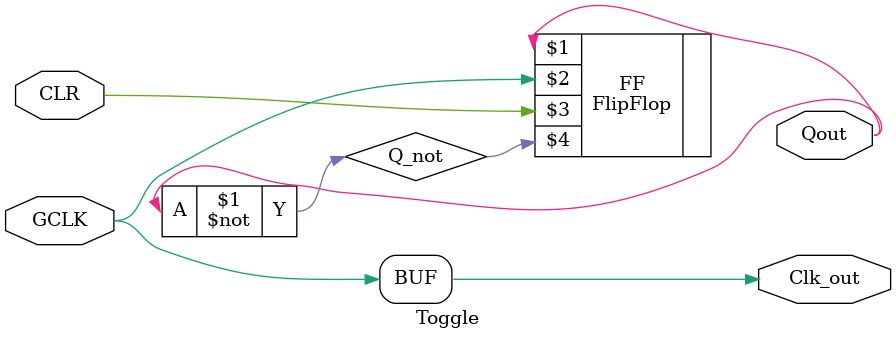
<source format=v>
`timescale 1ns / 1ps
/*
module FlipFlop(q, clk, clr, d);
	input clk, clr, d;
	output reg q;
*/

module Toggle(
	 output Qout,
	 output Clk_out,
    input GCLK,
    input CLR
    );
	 
	 wire Q_not;
	 not(Q_not,Qout);
	 buf(Clk_out, GCLK);
	 FlipFlop FF(Qout,GCLK,CLR,Q_not);
	
endmodule

</source>
